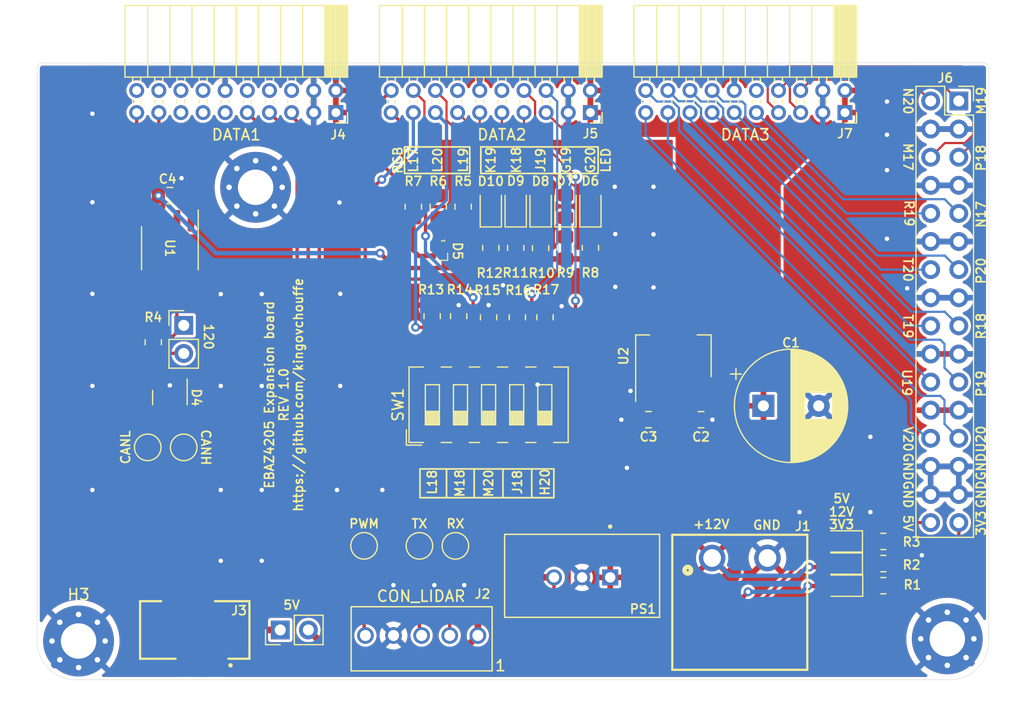
<source format=kicad_pcb>
(kicad_pcb (version 20211014) (generator pcbnew)
  (layers (0 "F.Cu" signal) (31 "B.Cu" signal) (34 "B.Paste" user) (35 "F.Paste" user) (36 "B.SilkS" user "B.Silkscreen") (37 "F.SilkS" user "F.Silkscreen") (38 "B.Mask" user) (39 "F.Mask" user) (44 "Edge.Cuts" user))
  (net 0 "")
  (net 1 "+12V")
  (net 2 "GND")
  (net 3 "+3V3")
  (net 4 "Net-(D1-Pad1)")
  (net 5 "Net-(D2-Pad1)")
  (net 6 "Net-(D3-Pad1)")
  (net 7 "+5V")
  (net 8 "/CANH")
  (net 9 "/CANL")
  (net 10 "/Bleu")
  (net 11 "/Vert")
  (net 12 "/Rouge")
  (net 13 "Net-(D6-Pad1)")
  (net 14 "/G20")
  (net 15 "Net-(D7-Pad1)")
  (net 16 "/G19")
  (net 17 "Net-(D8-Pad1)")
  (net 18 "/J19")
  (net 19 "Net-(D9-Pad1)")
  (net 20 "/K18")
  (net 21 "Net-(D10-Pad1)")
  (net 22 "/K19")
  (net 23 "/A20")
  (net 24 "/B19")
  (net 25 "/C20")
  (net 26 "Net-(J3-Pad1)")
  (net 27 "/H16")
  (net 28 "/B20")
  (net 30 "/H17")
  (net 31 "/D20")
  (net 32 "/D18")
  (net 33 "/H18")
  (net 34 "/D19")
  (net 35 "/F20")
  (net 36 "/E19")
  (net 37 "/F19")
  (net 38 "/K17")
  (net 39 "/J18")
  (net 40 "/H20")
  (net 42 "/J20")
  (net 43 "/L16")
  (net 44 "/L19")
  (net 45 "/M18")
  (net 46 "/L20")
  (net 47 "/M20")
  (net 48 "/L17")
  (net 49 "/M19")
  (net 50 "/N20")
  (net 51 "/P18")
  (net 52 "/M17")
  (net 53 "/N17")
  (net 54 "/R19")
  (net 55 "/P20")
  (net 56 "/T20")
  (net 57 "/R18")
  (net 58 "/T19")
  (net 59 "/P19")
  (net 60 "/U19")
  (net 61 "/U20")
  (net 62 "/V20")
  (net 64 "Net-(JP2-Pad2)")
  (footprint "LED_SMD:LED_0805_2012Metric_Pad1.15x1.40mm_HandSolder" (layer "F.Cu") (at 151.75 74.25 180)
    (fp_text reference "3V3")
    (fp_text value "3V3")
  )
  (footprint "LED_SMD:LED_0805_2012Metric_Pad1.15x1.40mm_HandSolder" (layer "F.Cu") (at 129 39.975 90)
    (fp_text reference "D6")
    (fp_text value "LED1")
  )
  (footprint "Resistor_SMD:R_0805_2012Metric_Pad1.20x1.40mm_HandSolder" (layer "F.Cu") (at 117.1 49.9 -90)
    (fp_text reference "R14")
    (fp_text value "10k")
  )
  (footprint "TestPoint:TestPoint_Pad_D2.0mm" (layer "F.Cu") (at 116.8 70.65)
    (fp_text reference "RX")
    (fp_text value "RX")
  )
  (footprint "LED_SMD:LED_0805_2012Metric_Pad1.15x1.40mm_HandSolder" (layer "F.Cu") (at 124.5 39.975 90)
    (fp_text reference "D8")
    (fp_text value "LED3")
  )
  (footprint "Resistor_SMD:R_0805_2012Metric_Pad1.20x1.40mm_HandSolder" (layer "F.Cu") (at 126.75 43.725 -90)
    (fp_text reference "R9")
    (fp_text value "120")
  )
  (footprint "Package_TO_SOT_SMD:SOT-23" (layer "F.Cu") (at 91 57.25 -90)
    (fp_text reference "D4")
    (fp_text value "D_TVS_x2_AAC")
  )
  (footprint "Capacitor_THT:CP_Radial_D10.0mm_P5.00mm" (layer "F.Cu") (at 144.632323 58)
    (fp_text reference "C1")
    (fp_text value "100u")
  )
  (footprint "Resistor_SMD:R_0805_2012Metric_Pad1.20x1.40mm_HandSolder" (layer "F.Cu") (at 155.475 72.25)
    (fp_text reference "R2")
    (fp_text value "560")
  )
  (footprint "MountingHole:MountingHole_3.2mm_M3_Pad_Via" (layer "F.Cu") (at 161.25 79.05)
    (fp_text reference "H1")
    (fp_text value "MountingHole_Pad")
  )
  (footprint "Resistor_SMD:R_0805_2012Metric_Pad1.20x1.40mm_HandSolder" (layer "F.Cu") (at 155.475 70.25)
    (fp_text reference "R3")
    (fp_text value "280")
  )
  (footprint "Resistor_SMD:R_0805_2012Metric_Pad1.20x1.40mm_HandSolder" (layer "F.Cu") (at 124.9 50 -90)
    (fp_text reference "R17")
    (fp_text value "10k")
  )
  (footprint "Resistor_SMD:R_0805_2012Metric_Pad1.20x1.40mm_HandSolder" (layer "F.Cu") (at 115.25 40 90)
    (fp_text reference "R6")
    (fp_text value "120")
  )
  (footprint "Connector_PinSocket_2.54mm:PinSocket_2x16_P2.54mm_Vertical" (layer "F.Cu") (at 162.29 30.45)
    (fp_text reference "J6")
    (fp_text value "DATA3_2.54")
  )
  (footprint "AREA_lib_Connector:Wuerth_batcon_691313710002" (layer "F.Cu") (at 142.5 71.75)
    (fp_text reference "J1")
    (fp_text value "INPUT")
  )
  (footprint "Resistor_SMD:R_0805_2012Metric_Pad1.20x1.40mm_HandSolder" (layer "F.Cu") (at 114.7 49.9 -90)
    (fp_text reference "R13")
    (fp_text value "10k")
  )
  (footprint "Resistor_SMD:R_0805_2012Metric_Pad1.20x1.40mm_HandSolder" (layer "F.Cu") (at 113 40 90)
    (fp_text reference "R7")
    (fp_text value "120")
  )
  (footprint "MountingHole:MountingHole_3.2mm_M3_Pad_Via" (layer "F.Cu") (at 82.75 79.25)
    (fp_text reference "H3")
    (fp_text value "MountingHole_Pad")
  )
  (footprint "TestPoint:TestPoint_Pad_D2.0mm" (layer "F.Cu") (at 113.55 70.65)
    (fp_text reference "TX")
    (fp_text value "TX")
  )
  (footprint "LED_SMD:LED_0805_2012Metric_Pad1.15x1.40mm_HandSolder" (layer "F.Cu") (at 122.25 39.975 90)
    (fp_text reference "D9")
    (fp_text value "LED3")
  )
  (footprint "LED_SMD:LED_0805_2012Metric_Pad1.15x1.40mm_HandSolder" (layer "F.Cu") (at 151.725 70.25 180)
    (fp_text reference "5V")
    (fp_text value "5V")
  )
  (footprint "TestPoint:TestPoint_Pad_D2.0mm" (layer "F.Cu") (at 92.25 61.75 -90)
    (fp_text reference "CANH")
    (fp_text value "CANL")
  )
  (footprint "Connector_PinSocket_2.00mm:PinSocket_2x10_P2.00mm_Horizontal" (layer "F.Cu") (at 152 31.5 -90)
    (fp_text reference "J7")
    (fp_text value "DATA3")
  )
  (footprint "AREA_lib_Connector:690367290476" (layer "F.Cu") (at 93.25 78.25)
    (fp_text reference "J3")
    (fp_text value "CON_CAN")
  )
  (footprint "LED_SMD:LED_0805_2012Metric_Pad1.15x1.40mm_HandSolder" (layer "F.Cu") (at 126.75 39.975 90)
    (fp_text reference "D7")
    (fp_text value "LED2")
  )
  (footprint "TestPoint:TestPoint_Pad_D2.0mm" (layer "F.Cu") (at 108.55 70.65)
    (fp_text reference "PWM")
    (fp_text value "PWM_MOT")
  )
  (footprint "MountingHole:MountingHole_3.2mm_M3_Pad_Via" (layer "F.Cu") (at 98.75 38.25)
    (fp_text reference "H4")
    (fp_text value "MountingHole_Pad")
  )
  (footprint "LED_SMD:LED_0805_2012Metric_Pad1.15x1.40mm_HandSolder" (layer "F.Cu") (at 151.725 72.25 180)
    (fp_text reference "12V")
    (fp_text value "12V")
  )
  (footprint "Button_Switch_SMD:SW_DIP_SPSTx05_Slide_6.7x14.26mm_W8.61mm_P2.54mm_LowProfile" (layer "F.Cu") (at 119.8 57.9 90)
    (fp_text reference "SW1")
    (fp_text value "SW_DIP_x05")
  )
  (footprint "Package_SO:SOIC-8_3.9x4.9mm_P1.27mm" (layer "F.Cu") (at 91 43.75 -90)
    (fp_text reference "U1")
    (fp_text value "SN65HVD232")
  )
  (footprint "Resistor_SMD:R_0805_2012Metric_Pad1.20x1.40mm_HandSolder" (layer "F.Cu") (at 129 43.725 -90)
    (fp_text reference "R8")
    (fp_text value "120")
  )
  (footprint "Resistor_SMD:R_0805_2012Metric_Pad1.20x1.40mm_HandSolder" (layer "F.Cu") (at 122.4 50 -90)
    (fp_text reference "R16")
    (fp_text value "10k")
  )
  (footprint "Capacitor_SMD:C_0805_2012Metric_Pad1.18x1.45mm_HandSolder" (layer "F.Cu") (at 134.25 59.25)
    (fp_text reference "C3")
    (fp_text value "10u")
  )
  (footprint "Connector_PinSocket_2.00mm:PinSocket_2x10_P2.00mm_Horizontal" (layer "F.Cu") (at 129 31.5 -90)
    (fp_text reference "J5")
    (fp_text value "DATA2")
  )
  (footprint "Resistor_SMD:R_0805_2012Metric_Pad1.20x1.40mm_HandSolder" (layer "F.Cu") (at 120 43.725 -90)
    (fp_text reference "R12")
    (fp_text value "120")
  )
  (footprint "AREA_lib_Connector:Wuerth_2.54mm_5pins_61900511121" (layer "F.Cu") (at 113.75 78.75)
    (fp_text reference "J2")
    (fp_text value "CON_LIDAR")
  )
  (footprint "Resistor_SMD:R_0805_2012Metric_Pad1.20x1.40mm_HandSolder" (layer "F.Cu") (at 122.25 43.725 -90)
    (fp_text reference "R11")
    (fp_text value "120")
  )
  (footprint "AREA_lib_composant:CONV_TSR_2-2450" (layer "F.Cu") (at 128.25 73.36 180)
    (fp_text reference "PS1")
    (fp_text value "TSR_2-2450")
  )
  (footprint "Capacitor_SMD:C_0805_2012Metric_Pad1.18x1.45mm_HandSolder" (layer "F.Cu") (at 139 59.25 180)
    (fp_text reference "C2")
    (fp_text value "10u")
  )
  (footprint "Resistor_SMD:R_0805_2012Metric_Pad1.20x1.40mm_HandSolder" (layer "F.Cu") (at 117.5 40 90)
    (fp_text reference "R5")
    (fp_text value "120")
  )
  (footprint "LED_SMD:LED_SK6812_EC15_1.5x1.5mm" (layer "F.Cu") (at 115.25 44 -90)
    (fp_text reference "D5")
    (fp_text value "LED_RGBA")
  )
  (footprint "Connector_PinHeader_2.54mm:PinHeader_1x02_P2.54mm_Vertical" (layer "F.Cu") (at 92.25 50.725)
    (fp_text reference "120")
    (fp_text value "120")
  )
  (footprint "Capacitor_SMD:C_0805_2012Metric_Pad1.18x1.45mm_HandSolder" (layer "F.Cu") (at 91 39)
    (fp_text reference "C4")
    (fp_text value "100n")
  )
  (footprint "Resistor_SMD:R_0805_2012Metric_Pad1.20x1.40mm_HandSolder" (layer "F.Cu") (at 89.5 52.25 -90)
    (fp_text reference "R4")
    (fp_text value "120")
  )
  (footprint "TestPoint:TestPoint_Pad_D2.0mm" (layer "F.Cu") (at 89 61.75)
    (fp_text reference "CANL")
    (fp_text value "CANL")
  )
  (footprint "Resistor_SMD:R_0805_2012Metric_Pad1.20x1.40mm_HandSolder" (layer "F.Cu") (at 155.475 74.25)
    (fp_text reference "R1")
    (fp_text value "120")
  )
  (footprint "Resistor_SMD:R_0805_2012Metric_Pad1.20x1.40mm_HandSolder" (layer "F.Cu") (at 119.8 50 -90)
    (fp_text reference "R15")
    (fp_text value "10k")
  )
  (footprint "Connector_PinHeader_2.54mm:PinHeader_1x02_P2.54mm_Vertical" (layer "F.Cu") (at 100.975 78.25 90)
    (fp_text reference "5V")
    (fp_text value "5V")
  )
  (footprint "Resistor_SMD:R_0805_2012Metric_Pad1.20x1.40mm_HandSolder" (layer "F.Cu") (at 124.5 43.75 -90)
    (fp_text reference "R10")
    (fp_text value "120")
  )
  (footprint "Package_TO_SOT_SMD:SOT-223-3_TabPin2" (layer "F.Cu") (at 136.5 53.5 90)
    (fp_text reference "U2")
    (fp_text value "NCP1117-3.3_SOT223")
  )
  (footprint "Connector_PinSocket_2.00mm:PinSocket_2x10_P2.00mm_Horizontal" (layer "F.Cu") (at 106 31.5 -90)
    (fp_text reference "J4")
    (fp_text value "DATA1")
  )
  (footprint "LED_SMD:LED_0805_2012Metric_Pad1.15x1.40mm_HandSolder" (layer "F.Cu") (at 120 39.975 90)
    (fp_text reference "D10")
    (fp_text value "LED3")
  )
  (gr_line (start 118.5 63.7) (end 118.5 66.2) (layer "F.SilkS") (width 0.1524))
  (gr_rect (start 113.6 63.7) (end 125.7 66.3) (layer "F.SilkS") (width 0.1524) (fill none))
  (gr_rect (start 112.2 34.6) (end 118.1 37) (layer "F.SilkS") (width 0.1524) (fill none))
  (gr_line (start 121.1 63.7) (end 121.1 66.2) (layer "F.SilkS") (width 0.1524))
  (gr_line (start 123.7 63.7) (end 123.7 66.2) (layer "F.SilkS") (width 0.1524))
  (gr_rect (start 119.1 34.6) (end 129.7 37) (layer "F.SilkS") (width 0.1524) (fill none))
  (gr_line (start 116 63.7) (end 116 66.2) (layer "F.SilkS") (width 0.1524))
  (gr_line (start 79 79.25) (end 79 27.503553) (layer "Edge.Cuts") (width 0.0381))
  (gr_line (start 165 79.25) (end 165 27.5) (layer "Edge.Cuts") (width 0.0381))
  (gr_arc (start 82.5 82.75) (mid 80.025126 81.724874) (end 79 79.25) (layer "Edge.Cuts") (width 0.0381))
  (gr_arc (start 79 27.503553) (mid 79.146447 27.15) (end 79.5 27.003553) (layer "Edge.Cuts") (width 0.0381))
  (gr_arc (start 165 79.25) (mid 163.974874 81.724874) (end 161.5 82.75) (layer "Edge.Cuts") (width 0.0381))
  (gr_line (start 82.5 82.75) (end 161.5 82.75) (layer "Edge.Cuts") (width 0.0381))
  (gr_arc (start 164.496447 27) (mid 164.85 27.146447) (end 164.996447 27.5) (layer "Edge.Cuts") (width 0.0381))
  (gr_line (start 79.5 27.003553) (end 164.496447 27) (layer "Edge.Cuts") (width 0.0381))
  (gr_text "G20" (at 129 35.8 90) (layer "F.SilkS") (effects (font (size 0.8128 0.8128) (thickness 0.1524))))
  (gr_text "L18" (at 114.7 64.9 90) (layer "F.SilkS") (effects (font (size 0.8128 0.8128) (thickness 0.1524))))
  (gr_text "M17" (at 157.7 35.5 270) (layer "F.SilkS") (effects (font (size 0.8128 0.8128) (thickness 0.1524))))
  (gr_text "K18" (at 122.3 35.8 90) (layer "F.SilkS") (effects (font (size 0.8128 0.8128) (thickness 0.1524))))
  (gr_text "GND" (at 157.7 63.5 270) (layer "F.SilkS") (effects (font (size 0.8128 0.8128) (thickness 0.1524))))
  (gr_text "P18" (at 164.3 35.6 90) (layer "F.SilkS") (effects (font (size 0.8128 0.8128) (thickness 0.1524))))
  (gr_text "5V" (at 157.7 68.6 270) (layer "F.SilkS") (effects (font (size 0.8128 0.8128) (thickness 0.1524))))
  (gr_text "M19" (at 164.325 30.425 90) (layer "F.SilkS") (effects (font (size 0.8128 0.8128) (thickness 0.1524))))
  (gr_text "T19" (at 157.7 50.8 270) (layer "F.SilkS") (effects (font (size 0.8128 0.8128) (thickness 0.1524))))
  (gr_text "R19" (at 157.8 40.6 270) (layer "F.SilkS") (effects (font (size 0.8128 0.8128) (thickness 0.1524))))
  (gr_text "P19" (at 164.3 56 90) (layer "F.SilkS") (effects (font (size 0.8128 0.8128) (thickness 0.1524))))
  (gr_text "M20" (at 119.8 65 90) (layer "F.SilkS") (effects (font (size 0.8128 0.8128) (thickness 0.1524))))
  (gr_text "H20" (at 124.9 64.9 90) (layer "F.SilkS") (effects (font (size 0.8128 0.8128) (thickness 0.1524))))
  (gr_text "U20" (at 164.3 61 90) (layer "F.SilkS") (effects (font (size 0.8128 0.8128) (thickness 0.1524))))
  (gr_text "3V3" (at 164.3 68.6 90) (layer "F.SilkS") (effects (font (size 0.8128 0.8128) (thickness 0.1524))))
  (gr_text "V20" (at 157.7 61 270) (layer "F.SilkS") (effects (font (size 0.8128 0.8128) (thickness 0.1524))))
  (gr_text "P20" (at 164.3 45.8 90) (layer "F.SilkS") (effects (font (size 0.8128 0.8128) (thickness 0.1524))))
  (gr_text "U19" (at 157.6 55.9 270) (layer "F.SilkS") (effects (font (size 0.8128 0.8128) (thickness 0.1524))))
  (gr_text "M18" (at 117.2 65 90) (layer "F.SilkS") (effects (font (size 0.8128 0.8128) (thickness 0.1524))))
  (gr_text "K19" (at 120 35.8 90) (layer "F.SilkS") (effects (font (size 0.8128 0.8128) (thickness 0.1524))))
  (gr_text "T20" (at 157.7 45.7 270) (layer "F.SilkS") (effects (font (size 0.8128 0.8128) (thickness 0.1524))))
  (gr_text "GND" (at 144.95 68.775) (layer "F.SilkS") (effects (font (size 0.8128 0.8128) (thickness 0.1524))))
  (gr_text "N20" (at 157.7 30.45 270) (layer "F.SilkS") (effects (font (size 0.8128 0.8128) (thickness 0.1524))))
  (gr_text "N17" (at 164.3 40.7 90) (layer "F.SilkS") (effects (font (size 0.8128 0.8128) (thickness 0.1524))))
  (gr_text "GND" (at 164.3 63.5 90) (layer "F.SilkS") (effects (font (size 0.8128 0.8128) (thickness 0.1524))))
  (gr_text "L20" (at 115.2 35.8 90) (layer "F.SilkS") (effects (font (size 0.8128 0.8128) (thickness 0.1524))))
  (gr_text "G19" (at 126.8 35.8 90) (layer "F.SilkS") (effects (font (size 0.8128 0.8128) (thickness 0.1524))))
  (gr_text "GND" (at 157.7 66 270) (layer "F.SilkS") (effects (font (size 0.8128 0.8128) (thickness 0.1524))))
  (gr_text "GND" (at 164.3 66 90) (layer "F.SilkS") (effects (font (size 0.8128 0.8128) (thickness 0.1524))))
  (gr_text "J18" (at 122.4 64.9 90) (layer "F.SilkS") (effects (font (size 0.8128 0.8128) (thickness 0.1524))))
  (gr_text "J19" (at 124.5 35.8 90) (layer "F.SilkS") (effects (font (size 0.8128 0.8128) (thickness 0.1524))))
  (gr_text "EBAZ4205 Expansion board\nREV 1.0\nhttps://github.com/kingovchouffe" (at 101.3 57 90) (layer "F.SilkS") (effects (font (size 0.8128 0.8128) (thickness 0.1524))))
  (gr_text "+12V" (at 139.925 68.7) (layer "F.SilkS") (effects (font (size 0.8128 0.8128) (thickness 0.1524))))
  (gr_text "L19" (at 117.5 35.8 90) (layer "F.SilkS") (effects (font (size 0.8128 0.8128) (thickness 0.1524))))
  (gr_text "R18" (at 164.3 50.8 90) (layer "F.SilkS") (effects (font (size 0.8128 0.8128) (thickness 0.1524))))
  (gr_text "RGB" (at 111.6 35.8 90) (layer "F.SilkS") (effects (font (size 0.8128 0.8128) (thickness 0.1524))))
  (gr_text "LED" (at 130.4 35.8 90) (layer "F.SilkS") (effects (font (size 0.8128 0.8128) (thickness 0.1524))))
  (gr_text "L17" (at 113 35.8 90) (layer "F.SilkS") (effects (font (size 0.8128 0.8128) (thickness 0.1524))))
  (segment (start 148.775 72.575) (end 150.375 72.575) (width 0.4) (layer "F.Cu") (net 1))
  (segment (start 150.375 72.575) (end 150.7 72.25) (width 0.4) (layer "F.Cu") (net 1))
  (via (at 148.775 72.575) (size 0.8) (drill 0.4) (layers "F.Cu" "B.Cu") (net 1))
  (segment (start 148.55 72.575) (end 148.775 72.575) (width 0.4) (layer "B.Cu") (net 1))
  (segment (start 147.775489 73.349511) (end 148.225 72.9) (width 0.4) (layer "B.Cu") (net 1))
  (segment (start 140 71.75) (end 141.599511 73.349511) (width 0.4) (layer "B.Cu") (net 1))
  (segment (start 148.225 72.9) (end 148.55 72.575) (width 0.4) (layer "B.Cu") (net 1))
  (segment (start 141.599511 73.349511) (end 147.775489 73.349511) (width 0.4) (layer "B.Cu") (net 1))
  (via (at 95.6 56.2) (size 0.8) (drill 0.4) (layers "F.Cu" "B.Cu") (net 2))
  (via (at 154.3 60.8) (size 0.8) (drill 0.4) (layers "F.Cu" "B.Cu") (net 2))
  (via (at 106.4 56.2) (size 0.8) (drill 0.4) (layers "F.Cu" "B.Cu") (net 2))
  (via (at 131.25 42.475) (size 0.8) (drill 0.4) (layers "F.Cu" "B.Cu") (net 2))
  (via (at 84 31.6) (size 0.8) (drill 0.4) (layers "F.Cu" "B.Cu") (net 2))
  (via (at 119.8 48.9) (size 0.8) (drill 0.4) (layers "F.Cu" "B.Cu") (net 2))
  (via (at 95.6 65.6) (size 0.8) (drill 0.4) (layers "F.Cu" "B.Cu") (net 2))
  (via (at 99.3 65.6) (size 0.8) (drill 0.4) (layers "F.Cu" "B.Cu") (net 2))
  (via (at 121.1 47.1) (size 0.8) (drill 0.4) (layers "F.Cu" "B.Cu") (net 2))
  (via (at 132.3 63.6) (size 0.8) (drill 0.4) (layers "F.Cu" "B.Cu") (net 2))
  (via (at 154.3 67.6) (size 0.8) (drill 0.4) (layers "F.Cu" "B.Cu") (net 2))
  (via (at 84 65.6) (size 0.8) (drill 0.4) (layers "F.Cu" "B.Cu") (net 2))
  (via (at 106.1 65.6) (size 0.8) (drill 0.4) (layers "F.Cu" "B.Cu") (net 2))
  (via (at 91 56.15) (size 0.8) (drill 0.4) (layers "F.Cu" "B.Cu") (net 2))
  (via (at 131.2 38.2) (size 0.8) (drill 0.4) (layers "F.Cu" "B.Cu") (net 2))
  (via (at 84 47.875) (size 0.8) (drill 0.4) (layers "F.Cu" "B.Cu") (net 2))
  (via (at 95.6 47.9) (size 0.8) (drill 0.4) (layers "F.Cu" "B.Cu") (net 2))
  (via (at 134.7 42.5) (size 0.8) (drill 0.4) (layers "F.Cu" "B.Cu") (net 2))
  (via (at 134.7 38.2) (size 0.8) (drill 0.4) (layers "F.Cu" "B.Cu") (net 2))
  (via (at 84 39.6) (size 0.8) (drill 0.4) (layers "F.Cu" "B.Cu") (net 2))
  (via (at 99.3 72) (size 0.8) (drill 0.4) (layers "F.Cu" "B.Cu") (net 2))
  (via (at 106.325 39.625) (size 0.8) (drill 0.4) (layers "F.Cu" "B.Cu") (net 2))
  (via (at 158.95 71.5) (size 0.8) (drill 0.4) (layers "F.Cu" "B.Cu") (net 2))
  (via (at 117.6 74.2) (size 0.8) (drill 0.4) (layers "F.Cu" "B.Cu") (net 2))
  (via (at 132.625 56.65) (size 0.8) (drill 0.4) (layers "F.Cu" "B.Cu") (net 2))
  (via (at 114.9 74.2) (size 0.8) (drill 0.4) (layers "F.Cu" "B.Cu") (net 2))
  (via (at 110.2 65.6) (size 0.8) (drill 0.4) (layers "F.Cu" "B.Cu") (net 2))
  (via (at 155.8 42.9) (size 0.8) (drill 0.4) (layers "F.Cu" "B.Cu") (net 2))
  (via (at 99.3 56.2) (size 0.8) (drill 0.4) (layers "F.Cu" "B.Cu") (net 2))
  (via (at 134.7 47.3) (size 0.8) (drill 0.4) (layers "F.Cu" "B.Cu") (net 2))
  (via (at 140.025 59.25) (size 0.8) (drill 0.4) (layers "F.Cu" "B.Cu") (net 2))
  (via (at 155.8 36.7) (size 0.8) (drill 0.4) (layers "F.Cu" "B.Cu") (net 2))
  (via (at 111.2 74.2) (size 0.8) (drill 0.4) (layers "F.Cu" "B.Cu") (net 2))
  (via (at 155.8 33.5) (size 0.8) (drill 0.4) (layers "F.Cu" "B.Cu") (net 2))
  (via (at 84 56.2) (size 0.8) (drill 0.4) (layers "F.Cu" "B.Cu") (net 2))
  (via (at 99.3 47.9) (size 0.8) (drill 0.4) (layers "F.Cu" "B.Cu") (net 2))
  (via (at 157.625 47.375) (size 0.8) (drill 0.4) (layers "F.Cu" "B.Cu") (net 2))
  (via (at 126.4 49) (size 0.8) (drill 0.4) (layers "F.Cu" "B.Cu") (net 2))
  (via (at 92.05 37.425) (size 0.8) (drill 0.4) (layers "F.Cu" "B.Cu") (net 2))
  (via (at 95.6 72) (size 0.8) (drill 0.4) (layers "F.Cu" "B.Cu") (net 2))
  (via (at 155.8 30.5) (size 0.8) (drill 0.4) (layers "F.Cu" "B.Cu") (net 2))
  (via (at 106.4 47.875) (size 0.8) (drill 0.4) (layers "F.Cu" "B.Cu") (net 2))
  (via (at 117.1 48.9) (size 0.8) (drill 0.4) (layers "F.Cu" "B.Cu") (net 2))
  (via (at 124.225 56.075) (size 0.8) (drill 0.4) (layers "F.Cu" "B.Cu") (net 2))
  (via (at 147.9 67.6) (size 0.8) (drill 0.4) (layers "F.Cu" "B.Cu") (net 2))
  (via (at 131.8 59.25) (size 0.8) (drill 0.4) (layers "F.Cu" "B.Cu") (net 2))
  (via (at 131.25 47.25) (size 0.8) (drill 0.4) (layers "F.Cu" "B.Cu") (net 2))
  (segment (start 128.75 62.45) (end 128.75 65.725) (width 0.4) (layer "F.Cu") (net 3))
  (segment (start 133.5375 61) (end 135.2875 59.25) (width 0.6) (layer "F.Cu") (net 3))
  (segment (start 118.41932 45.55) (end 121.1 48.23068) (width 0.4) (layer "F.Cu") (net 3))
  (segment (start 115.7 45.4) (end 115.85 45.55) (width 0.3) (layer "F.Cu") (net 3))
  (segment (start 150.7 74.275) (end 150.725 74.25) (width 0.4) (layer "F.Cu") (net 3))
  (segment (start 89.9625 39) (end 90.365 39.4025) (width 0.4) (layer "F.Cu") (net 3))
  (segment (start 121.1 48.23068) (end 121.1 62) (width 0.4) (layer "F.Cu") (net 3))
  (segment (start 162.29 68.55) (end 162.29 70.082849) (width 0.3) (layer "F.Cu") (net 3))
  (segment (start 126.45 62.2) (end 126.445 62.205) (width 0.6) (layer "F.Cu") (net 3))
  (segment (start 151.77452 75.29952) (end 150.725 74.25) (width 0.3) (layer "F.Cu") (net 3))
  (segment (start 127.025 67.45) (end 127.025 74.475) (width 0.4) (layer "F.Cu") (net 3))
  (segment (start 128.5 62.2) (end 126.45 62.2) (width 0.6) (layer "F.Cu") (net 3))
  (segment (start 111.35 45.55) (end 115.85 45.55) (width 0.4) (layer "F.Cu") (net 3))
  (segment (start 148.65 74.275) (end 150.7 74.275) (width 0.4) (layer "F.Cu") (net 3))
  (segment (start 143.25 74.825) (end 143.25 74.8) (width 0.4) (layer "F.Cu") (net 3))
  (segment (start 110 44.2) (end 111.35 45.55) (width 0.4) (layer "F.Cu") (net 3))
  (segment (start 141.625 76.45) (end 143.25 74.825) (width 0.4) (layer "F.Cu") (net 3))
  (segment (start 127.025 74.475) (end 129 76.45) (width 0.4) (layer "F.Cu") (net 3))
  (segment (start 128.5 62.2) (end 128.75 62.45) (width 0.4) (layer "F.Cu") (net 3))
  (segment (start 115.7 44.45) (end 115.7 45.4) (width 0.3) (layer "F.Cu") (net 3))
  (segment (start 136.5 56.65) (end 136.5 58.0375) (width 0.6) (layer "F.Cu") (net 3))
  (segment (start 157.073329 75.29952) (end 151.77452 75.29952) (width 0.3) (layer "F.Cu") (net 3))
  (segment (start 90.365 39.4025) (end 90.365 41.275) (width 0.4) (layer "F.Cu") (net 3))
  (segment (start 126.445 62.205) (end 114.72 62.205) (width 0.6) (layer "F.Cu") (net 3))
  (segment (start 129 76.45) (end 141.625 76.45) (width 0.4) (layer "F.Cu") (net 3))
  (segment (start 136.5 50.35) (end 136.5 56.65) (width 0.6) (layer "F.Cu") (net 3))
  (segment (start 162.29 70.082849) (end 157.073329 75.29952) (width 0.3) (layer "F.Cu") (net 3))
  (segment (start 121.1 62) (end 121.305 62.205) (width 0.4) (layer "F.Cu") (net 3))
  (segment (start 136.5 58.0375) (end 135.2875 59.25) (width 0.6) (layer "F.Cu") (net 3))
  (segment (start 128.5 62.2) (end 129.7 61) (width 0.6) (layer "F.Cu") (net 3))
  (segment (start 129.7 61) (end 133.5375 61) (width 0.6) (layer "F.Cu") (net 3))
  (segment (start 115.85 45.55) (end 118.41932 45.55) (width 0.4) (layer "F.Cu") (net 3))
  (segment (start 128.75 65.725) (end 127.025 67.45) (width 0.4) (layer "F.Cu") (net 3))
  (via (at 148.65 74.275) (size 0.8) (drill 0.4) (layers "F.Cu" "B.Cu") (net 3))
  (via (at 110 44.2) (size 0.8) (drill 0.4) (layers "F.Cu" "B.Cu") (net 3))
  (via (at 143.25 74.8) (size 0.8) (drill 0.4) (layers "F.Cu" "B.Cu") (net 3))
  (via (at 89.9625 39) (size 0.8) (drill 0.4) (layers "F.Cu" "B.Cu") (net 3))
  (segment (start 89.9625 39) (end 95.1625 44.2) (width 0.4) (layer "B.Cu") (net 3))
  (segment (start 148.125 74.8) (end 148.65 74.275) (width 0.4) (layer "B.Cu") (net 3))
  (segment (start 143.25 74.8) (end 148.125 74.8) (width 0.4) (layer "B.Cu") (net 3))
  (segment (start 95.1625 44.2) (end 110 44.2) (width 0.4) (layer "B.Cu") (net 3))
  (segment (start 152.775 74.25) (end 154.475 74.25) (width 0.3) (layer "F.Cu") (net 4))
  (segment (start 152.75 72.25) (end 154.475 72.25) (width 0.3) (layer "F.Cu") (net 5))
  (segment (start 152.75 70.25) (end 154.475 70.25) (width 0.3) (layer "F.Cu") (net 6))
  (segment (start 125.71 75.51) (end 125.71 73.5) (width 0.3) (layer "F.Cu") (net 7))
  (segment (start 127.775 77.575) (end 125.71 75.51) (width 0.3) (layer "F.Cu") (net 7))
  (segment (start 151.35 68.55) (end 159.75 68.55) (width 0.3) (layer "F.Cu") (net 7))
  (segment (start 120.475 73.5) (end 125.71 73.5) (width 0.6) (layer "F.Cu") (net 7))
  (segment (start 118.83 78.75) (end 118.83 75.145) (width 0.6) (layer "F.Cu") (net 7))
  (segment (start 118.83 75.145) (end 120.475 73.5) (width 0.6) (layer "F.Cu") (net 7))
  (segment (start 150.7 70.25) (end 150.7 69.2) (width 0.3) (layer "F.Cu") (net 7))
  (segment (start 142.575 77.575) (end 127.775 77.575) (width 0.3) (layer "F.Cu") (net 7))
  (segment (start 149.9 70.25) (end 142.575 77.575) (width 0.3) (layer "F.Cu") (net 7))
  (segment (start 103.515 78.25) (end 105.665 80.4) (width 0.6) (layer "F.Cu") (net 7))
  (segment (start 105.665 80.4) (end 117.18 80.4) (width 0.6) (layer "F.Cu") (net 7))
  (segment (start 150.7 69.2) (end 151.35 68.55) (width 0.3) (layer "F.Cu") (net 7))
  (segment (start 117.18 80.4) (end 118.83 78.75) (width 0.6) (layer "F.Cu") (net 7))
  (segment (start 150.7 70.25) (end 149.9 70.25) (width 0.3) (layer "F.Cu") (net 7))
  (segment (start 91.95 56.3125) (end 91.95 61.45) (width 0.3) (layer "F.Cu") (net 8))
  (segment (start 91.95 61.45) (end 92.25 61.75) (width 0.3) (layer "F.Cu") (net 8))
  (segment (start 88.2 53.75) (end 88.8 54.35) (width 0.3) (layer "F.Cu") (net 8))
  (segment (start 91.635 50.11) (end 92.25 50.725) (width 0.3) (layer "F.Cu") (net 8))
  (segment (start 92.25 61.75) (end 93.885 63.385) (width 0.3) (layer "F.Cu") (net 8))
  (segment (start 88.4 52.3) (end 88.2 52.5) (width 0.3) (layer "F.Cu") (net 8))
  (segment (start 91.95 55.15) (end 91.95 56.3125) (width 0.3) (layer "F.Cu") (net 8))
  (segment (start 93.885 63.385) (end 93.885 76) (width 0.3) (layer "F.Cu") (net 8))
  (segment (start 91.635 46.225) (end 91.635 50.11) (width 0.3) (layer "F.Cu") (net 8))
  (segment (start 88.2 52.5) (end 88.2 53.75) (width 0.3) (layer "F.Cu") (net 8))
  (segment (start 92.25 50.725) (end 90.675 52.3) (width 0.3) (layer "F.Cu") (net 8))
  (segment (start 91.15 54.35) (end 91.95 55.15) (width 0.3) (layer "F.Cu") (net 8))
  (segment (start 90.675 52.3) (end 88.4 52.3) (width 0.3) (layer "F.Cu") (net 8))
  (segment (start 88.8 54.35) (end 91.15 54.35) (width 0.3) (layer "F.Cu") (net 8))
  (segment (start 90.365 50.385) (end 89.5 51.25) (width 0.3) (layer "F.Cu") (net 9))
  (segment (start 88.3 51.25) (end 87.7 51.85) (width 0.3) (layer "F.Cu") (net 9))
  (segment (start 90.05 60.7) (end 89 61.75) (width 0.3) (layer "F.Cu") (net 9))
  (segment (start 90.365 46.225) (end 90.365 50.385) (width 0.3) (layer "F.Cu") (net 9))
  (segment (start 90.05 56.3125) (end 90.05 60.7) (width 0.3) (layer "F.Cu") (net 9))
  (segment (start 89.5 51.25) (end 88.3 51.25) (width 0.3) (layer "F.Cu") (net 9))
  (segment (start 87.7 51.85) (end 87.7 53.927132) (width 0.3) (layer "F.Cu") (net 9))
  (segment (start 92.615 65.365) (end 92.615 80.5) (width 0.3) (layer "F.Cu") (net 9))
  (segment (start 87.7 53.927132) (end 87.700489 53.927621) (width 0.3) (layer "F.Cu") (net 9))
  (segment (start 89 61.75) (end 92.615 65.365) (width 0.3) (layer "F.Cu") (net 9))
  (segment (start 87.700489 53.927621) (end 87.700489 53.956905) (width 0.3) (layer "F.Cu") (net 9))
  (segment (start 87.700489 53.956905) (end 90.05 56.306416) (width 0.3) (layer "F.Cu") (net 9))
  (segment (start 90.05 56.306416) (end 90.05 56.3125) (width 0.3) (layer "F.Cu") (net 9))
  (segment (start 115.7 43.55) (end 116.75 43.55) (width 0.4) (layer "F.Cu") (net 10))
  (segment (start 117.5 42.8) (end 117.5 41) (width 0.4) (layer "F.Cu") (net 10))
  (segment (start 116.75 43.55) (end 117.5 42.8) (width 0.4) (layer "F.Cu") (net 10))
  (segment (start 114.8 43.55) (end 114.8 43.280666) (width 0.4) (layer "F.Cu") (net 11))
  (segment (start 114.8 43.280666) (end 115.25 42.830666) (width 0.4) (layer "F.Cu") (net 11))
  (segment (start 115.25 42.830666) (end 115.25 41) (width 0.4) (layer "F.Cu") (net 11))
  (segment (start 113.5 44.45) (end 113 43.95) (width 0.4) (layer "F.Cu") (net 12))
  (segment (start 114.8 44.45) (end 113.5 44.45) (width 0.4) (layer "F.Cu") (net 12))
  (segment (start 113 43.95) (end 113 41) (width 0.4) (layer "F.Cu") (net 12))
  (segment (start 129 41) (end 129 42.725) (width 0.4) (layer "F.Cu") (net 13))
  (segment (start 125 31.5) (end 129 35.5) (width 0.2) (layer "F.Cu") (net 14))
  (segment (start 129 35.5) (end 129 38.95) (width 0.2) (layer "F.Cu") (net 14))
  (segment (start 126.75 41) (end 126.75 42.725) (width 0.4) (layer "F.Cu") (net 15))
  (segment (start 123 31.5) (end 123 34.4) (width 0.2) (layer "F.Cu") (net 16))
  (segment (start 123 34.4) (end 126.75 38.15) (width 0.2) (layer "F.Cu") (net 16))
  (segment (start 126.75 38.15) (end 126.75 38.95) (width 0.2) (layer "F.Cu") (net 16))
  (segment (start 124.5 41) (end 124.5 42.75) (width 0.4) (layer "F.Cu") (net 17))
  (segment (start 121 31.5) (end 121 34.4) (width 0.2) (layer "F.Cu") (net 18))
  (segment (start 124.5 37.9) (end 124.5 38.95) (width 0.2) (layer "F.Cu") (net 18))
  (segment (start 121 34.4) (end 124.5 37.9) (width 0.2) (layer "F.Cu") (net 18))
  (segment (start 122.25 41) (end 122.25 42.725) (width 0.4) (layer "F.Cu") (net 19))
  (segment (start 119 34.375) (end 122.25 37.625) (width 0.2) (layer "F.Cu") (net 20))
  (segment (start 119 31.5) (end 119 34.375) (width 0.2) (layer "F.Cu") (net 20))
  (segment (start 122.25 37.625) (end 122.25 38.95) (width 0.2) (layer "F.Cu") (net 20))
  (segment (start 120 41) (end 120 42.725) (width 0.4) (layer "F.Cu") (net 21))
  (segment (start 118 35.6) (end 120 37.6) (width 0.2) (layer "F.Cu") (net 22))
  (segment (start 118 32.5) (end 118 35.6) (width 0.2) (layer "F.Cu") (net 22))
  (segment (start 117 31.5) (end 118 32.5) (width 0.2) (layer "F.Cu") (net 22))
  (segment (start 120 37.6) (end 120 38.95) (width 0.2) (layer "F.Cu") (net 22))
  (segment (start 104.5 58.35) (end 116.8 70.65) (width 0.3) (layer "F.Cu") (net 23))
  (segment (start 116.29 78.75) (end 116.29 71.16) (width 0.3) (layer "F.Cu") (net 23))
  (segment (start 102 31.5) (end 102 31.8) (width 0.3) (layer "F.Cu") (net 23))
  (segment (start 102 31.8) (end 104.5 34.3) (width 0.3) (layer "F.Cu") (net 23))
  (segment (start 116.29 71.16) (end 116.8 70.65) (width 0.3) (layer "F.Cu") (net 23))
  (segment (start 104.5 34.3) (end 104.5 58.35) (width 0.3) (layer "F.Cu") (net 23))
  (segment (start 113.55 70.55) (end 103.5 60.5) (width 0.3) (layer "F.Cu") (net 24))
  (segment (start 113.55 70.65) (end 113.55 70.55) (width 0.3) (layer "F.Cu") (net 24))
  (segment (start 103.5 35) (end 100 31.5) (width 0.3) (layer "F.Cu") (net 24))
  (segment (start 103.5 60.5) (end 103.5 35) (width 0.3) (layer "F.Cu") (net 24))
  (segment (start 113.55 70.65) (end 113.55 78.55) (width 0.3) (layer "F.Cu") (net 24))
  (segment (start 113.55 78.55) (end 113.75 78.75) (width 0.3) (layer "F.Cu") (net 24))
  (segment (start 102.5 36) (end 102.5 64.6) (width 0.3) (layer "F.Cu") (net 25))
  (segment (start 98 31.5) (end 102.5 36) (width 0.3) (layer "F.Cu") (net 25))
  (segment (start 102.5 64.6) (end 108.55 70.65) (width 0.3) (layer "F.Cu") (net 25))
  (segment (start 108.55 78.63) (end 108.67 78.75) (width 0.3) (layer "F.Cu") (net 25))
  (segment (start 108.55 70.65) (end 108.55 78.63) (width 0.3) (layer "F.Cu") (net 25))
  (segment (start 95.155 78.52) (end 95.155 80.5) (width 0.6) (layer "F.Cu") (net 26))
  (segment (start 100.975 78.25) (end 95.425 78.25) (width 0.6) (layer "F.Cu") (net 26))
  (segment (start 95.425 78.25) (end 95.155 78.52) (width 0.6) (layer "F.Cu") (net 26))
  (segment (start 92.97452 37.27452) (end 90 34.3) (width 0.3) (layer "F.Cu") (net 35))
  (segment (start 92.905 41.275) (end 92.97452 41.20548) (width 0.3) (layer "F.Cu") (net 35))
  (segment (start 90 34.3) (end 90 31.5) (width 0.3) (layer "F.Cu") (net 35))
  (segment (start 92.97452 41.20548) (end 92.97452 37.27452) (width 0.3) (layer "F.Cu") (net 35))
  (segment (start 89 37) (end 89 41.18) (width 0.3) (layer "F.Cu") (net 37))
  (segment (start 89 41.18) (end 89.095 41.275) (width 0.3) (layer "F.Cu") (net 37))
  (segment (start 88 36) (end 89 37) (width 0.3) (layer "F.Cu") (net 37))
  (segment (start 88 31.5) (end 88 36) (width 0.3) (layer "F.Cu") (net 37))
  (segment (start 122.34 51.06) (end 122.4 51) (width 0.3) (layer "F.Cu") (net 39))
  (segment (start 122.4 51) (end 123.4 51) (width 0.3) (layer "F.Cu") (net 39))
  (segment (start 123.7 50.7) (end 123.7 47.9) (width 0.3) (layer "F.Cu") (net 39))
  (segment (start 122.34 53.595) (end 122.34 51.06) (width 0.3) (layer "F.Cu") (net 39))
  (segment (start 123.4 51) (end 123.7 50.7) (width 0.3) (layer "F.Cu") (net 39))
  (via (at 123.7 47.9) (size 0.8) (drill 0.4) (layers "F.Cu" "B.Cu") (net 39))
  (segment (start 126 30.5) (end 126 45.75) (width 0.2) (layer "B.Cu") (net 39))
  (segment (start 125 29.5) (end 126 30.5) (width 0.2) (layer "B.Cu") (net 39))
  (segment (start 126 45.75) (end 123.85 47.9) (width 0.2) (layer "B.Cu") (net 39))
  (segment (start 123.85 47.9) (end 123.7 47.9) (width 0.2) (layer "B.Cu") (net 39))
  (segment (start 124.9 51) (end 125.9 51) (width 0.3) (layer "F.Cu") (net 40))
  (segment (start 124.88 51.02) (end 124.9 51) (width 0.3) (layer "F.Cu") (net 40))
  (segment (start 124 33.6) (end 127.65 37.25) (width 0.2) (layer "F.Cu") (net 40))
  (segment (start 124 30.5) (end 124 33.6) (width 0.2) (layer "F.Cu") (net 40))
  (segment (start 123 29.5) (end 124 30.5) (width 0.2) (layer "F.Cu") (net 40))
  (segment (start 127.65 49.25) (end 127.65 48.5) (width 0.3) (layer "F.Cu") (net 40))
  (segment (start 127.75 48.6) (end 127.65 48.5) (width 0.2) (layer "F.Cu") (net 40))
  (segment (start 124.88 53.595) (end 124.88 51.02) (width 0.3) (layer "F.Cu") (net 40))
  (segment (start 127.65 37.25) (end 127.65 37.3) (width 0.2) (layer "F.Cu") (net 40))
  (segment (start 125.9 51) (end 127.65 49.25) (width 0.3) (layer "F.Cu") (net 40))
  (via (at 127.65 37.3) (size 0.8) (drill 0.4) (layers "F.Cu" "B.Cu") (net 40))
  (via (at 127.65 48.5) (size 0.8) (drill 0.4) (layers "F.Cu" "B.Cu") (net 40))
  (segment (start 127.65 37.3) (end 127.65 48.5) (width 0.2) (layer "B.Cu") (net 40))
  (segment (start 113.2 50.9) (end 114.7 50.9) (width 0.3) (layer "F.Cu") (net 43))
  (segment (start 114.72 50.92) (end 114.7 50.9) (width 0.3) (layer "F.Cu") (net 43))
  (segment (start 114.72 53.595) (end 114.72 50.92) (width 0.3) (layer "F.Cu") (net 43))
  (via (at 113.2 50.9) (size 0.8) (drill 0.4) (layers "F.Cu" "B.Cu") (net 43))
  (segment (start 113.2 50.9) (end 113.2 42.2) (width 0.3) (layer "B.Cu") (net 43))
  (segment (start 116 32.5) (end 115 31.5) (width 0.3) (layer "B.Cu") (net 43))
  (segment (start 113.2 42.2) (end 116 39.4) (width 0.3) (layer "B.Cu") (net 43))
  (segment (start 116 39.4) (end 116 32.5) (width 0.3) (layer "B.Cu") (net 43))
  (segment (start 116 30.5) (end 115 29.5) (width 0.2) (layer "F.Cu") (net 44))
  (segment (start 117.4 33.6) (end 116 32.2) (width 0.2) (layer "F.Cu") (net 44))
  (segment (start 117.5 39) (end 117.4 38.9) (width 0.2) (layer "F.Cu") (net 44))
  (segment (start 117.4 38.9) (end 117.4 33.6) (width 0.2) (layer "F.Cu") (net 44))
  (segment (start 116 32.2) (end 116 30.5) (width 0.2) (layer "F.Cu") (net 44))
  (segment (start 108.95 46.55) (end 108.9 46.6) (width 0.3) (layer "F.Cu") (net 45))
  (segment (start 116.2 50.9) (end 115.9 50.6) (width 0.3) (layer "F.Cu") (net 45))
  (segment (start 117.1 50.9) (end 116.2 50.9) (width 0.3) (layer "F.Cu") (net 45))
  (segment (start 117.26 51.06) (end 117.1 50.9) (width 0.3) (layer "F.Cu") (net 45))
  (segment (start 108.65 39) (end 110.1 37.55) (width 0.3) (layer "F.Cu") (net 45))
  (segment (start 108.9 46.6) (end 108.65 46.35) (width 0.3) (layer "F.Cu") (net 45))
  (segment (start 108.65 46.35) (end 108.65 39) (width 0.3) (layer "F.Cu") (net 45))
  (segment (start 115.9 50.6) (end 115.9 47.3) (width 0.3) (layer "F.Cu") (net 45))
  (segment (start 115.15 46.55) (end 108.95 46.55) (width 0.3) (layer "F.Cu") (net 45))
  (segment (start 115.9 47.3) (end 115.15 46.55) (width 0.3) (layer "F.Cu") (net 45))
  (segment (start 110.1 37.55) (end 110.15 37.55) (width 0.3) (layer "F.Cu") (net 45))
  (segment (start 117.26 53.595) (end 117.26 51.06) (width 0.3) (layer "F.Cu") (net 45))
  (via (at 110.15 37.55) (size 0.8) (drill 0.4) (layers "F.Cu" "B.Cu") (net 45))
  (segment (start 110.15 37.55) (end 113 34.7) (width 0.3) (layer "B.Cu") (net 45))
  (segment (start 113 34.7) (end 113 31.5) (width 0.3) (layer "B.Cu") (net 45))
  (segment (start 115.25 37.55) (end 115.25 39) (width 0.2) (layer "F.Cu") (net 46))
  (segment (start 114 30.5) (end 114 36.3) (width 0.2) (layer "F.Cu") (net 46))
  (segment (start 114 36.3) (end 115.25 37.55) (width 0.2) (layer "F.Cu") (net 46))
  (segment (start 113 29.5) (end 114 30.5) (width 0.2) (layer "F.Cu") (net 46))
  (segment (start 112 35.5) (end 114.1 37.6) (width 0.3) (layer "F.Cu") (net 47))
  (segment (start 118.4 50.7) (end 118.7 51) (width 0.3) (layer "F.Cu") (net 47))
  (segment (start 119.8 53.595) (end 119.8 51) (width 0.3) (layer "F.Cu") (net 47))
  (segment (start 118.7 51) (end 119.8 51) (width 0.3) (layer "F.Cu") (net 47))
  (segment (start 118.4 48.2) (end 118.4 50.7) (width 0.3) (layer "F.Cu") (net 47))
  (segment (start 111 31.5) (end 112 32.5) (width 0.3) (layer "F.Cu") (net 47))
  (segment (start 112 32.5) (end 112 35.5) (width 0.3) (layer "F.Cu") (net 47))
  (segment (start 114.1 37.6) (end 114.1 42.65) (width 0.3) (layer "F.Cu") (net 47))
  (via (at 114.1 42.65) (size 0.8) (drill 0.4) (layers "F.Cu" "B.Cu") (net 47))
  (via (at 118.4 48.2) (size 0.8) (drill 0.4) (layers "F.Cu" "B.Cu") (net 47))
  (segment (start 118.2 48.2) (end 114.1 44.1) (width 0.3) (layer "B.Cu") (net 47))
  (segment (start 118.4 48.2) (end 118.2 48.2) (width 0.3) (layer "B.Cu") (net 47))
  (segment (start 114.1 44.1) (end 114.1 42.65) (width 0.3) (layer "B.Cu") (net 47))
  (segment (start 109.975489 35.975489) (end 113 39) (width 0.3) (layer "F.Cu") (net 48))
  (segment (start 111 29.5) (end 109.975489 30.524511) (width 0.3) (layer "F.Cu") (net 48))
  (segment (start 109.975489 30.524511) (end 109.975489 35.975489) (width 0.3) (layer "F.Cu") (net 48))
  (segment (start 162.29 30.45) (end 159.965978 28.125978) (width 0.2) (layer "F.Cu") (net 49))
  (segment (start 147.025489 29.096343) (end 147.025489 30.525489) (width 0.2) (layer "F.Cu") (net 49))
  (segment (start 147.025489 30.525489) (end 148 31.5) (width 0.2) (layer "F.Cu") (net 49))
  (segment (start 159.965978 28.125978) (end 147.995854 28.125978) (width 0.2) (layer "F.Cu") (net 49))
  (segment (start 147.995854 28.125978) (end 147.025489 29.096343) (width 0.2) (layer "F.Cu") (net 49))
  (segment (start 148 29.5) (end 148.974511 28.525489) (width 0.2) (layer "F.Cu") (net 50))
  (segment (start 157.825489 28.525489) (end 159.75 30.45) (width 0.2) (layer "F.Cu") (net 50))
  (segment (start 148.974511 28.525489) (end 157.825489 28.525489) (width 0.2) (layer "F.Cu") (net 50))
  (segment (start 164.025 33.795) (end 162.29 35.53) (width 0.2) (layer "F.Cu") (net 51))
  (segment (start 164.025 28.85) (end 164.025 33.795) (width 0.2) (layer "F.Cu") (net 51))
  (segment (start 145.025489 30.525489) (end 145.025489 29.074511) (width 0.2) (layer "F.Cu") (net 51))
  (segment (start 146.773061 27.326939) (end 162.501939 27.326939) (width 0.2) (layer "F.Cu") (net 51))
  (segment (start 145.025489 29.074511) (end 146.773061 27.326939) (width 0.2) (layer "F.Cu") (net 51))
  (segment (start 146 31.5) (end 145.025489 30.525489) (width 0.2) (layer "F.Cu") (net 51))
  (segment (start 162.501939 27.326939) (end 164.025 28.85) (width 0.2) (layer "F.Cu") (net 51))
  (segment (start 159.75 35.53) (end 161.03 34.25) (width 0.2) (layer "F.Cu") (net 52))
  (segment (start 162.85 34.25) (end 163.6 33.5) (width 0.2) (layer "F.Cu") (net 52))
  (segment (start 163.6 29.125) (end 162.201459 27.726459) (width 0.2) (layer "F.Cu") (net 52))
  (segment (start 161.03 34.25) (end 162.85 34.25) (width 0.2) (layer "F.Cu") (net 52))
  (segment (start 147.773541 27.726459) (end 146 29.5) (width 0.2) (layer "F.Cu") (net 52))
  (segment (start 162.201459 27.726459) (end 147.773541 27.726459) (width 0.2) (layer "F.Cu") (net 52))
  (segment (start 163.6 33.5) (end 163.6 29.125) (width 0.2) (layer "F.Cu") (net 52))
  (segment (start 161.005 39.325) (end 162.29 40.61) (width 0.2) (layer "B.Cu") (net 53))
  (segment (start 144 31.5) (end 151.825 39.325) (width 0.2) (layer "B.Cu") (net 53))
  (segment (start 151.825 39.325) (end 161.005 39.325) (width 0.2) (layer "B.Cu") (net 53))
  (segment (start 140 29.5) (end 141 30.5) (width 0.2) (layer "B.Cu") (net 54))
  (segment (start 143 31.925) (end 143.8 32.725) (width 0.2) (layer "B.Cu") (net 54))
  (segment (start 142.725 30.5) (end 143 30.775) (width 0.2) (layer "B.Cu") (net 54))
  (segment (start 144.25 32.725) (end 152.135 40.61) (width 0.2) (layer "B.Cu") (net 54))
  (segment (start 141 30.5) (end 142.725 30.5) (width 0.2) (layer "B.Cu") (net 54))
  (segment (start 152.135 40.61) (end 159.75 40.61) (width 0.2) (layer "B.Cu") (net 54))
  (segment (start 143 30.775) (end 143 31.925) (width 0.2) (layer "B.Cu") (net 54))
  (segment (start 143.8 32.725) (end 144.25 32.725) (width 0.2) (layer "B.Cu") (net 54))
  (segment (start 142 31.5) (end 154.925 44.425) (width 0.2) (layer "B.Cu") (net 55))
  (segment (start 161.025 44.425) (end 162.29 45.69) (width 0.2) (layer "B.Cu") (net 55))
  (segment (start 154.925 44.425) (end 161.025 44.425) (width 0.2) (layer "B.Cu") (net 55))
  (segment (start 139 30.5) (end 138 29.5) (width 0.2) (layer "B.Cu") (net 56))
  (segment (start 141 31.934994) (end 141 31.121832) (width 0.2) (layer "B.Cu") (net 56))
  (segment (start 141 31.121832) (end 140.378168 30.5) (width 0.2) (layer "B.Cu") (net 56))
  (segment (start 159.75 45.69) (end 155.265 45.69) (width 0.2) (layer "B.Cu") (net 56))
  (segment (start 141.615006 32.55) (end 141 31.934994) (width 0.2) (layer "B.Cu") (net 56))
  (segment (start 140.378168 30.5) (end 139 30.5) (width 0.2) (layer "B.Cu") (net 56))
  (segment (start 142.125 32.55) (end 141.615006 32.55) (width 0.2) (layer "B.Cu") (net 56))
  (segment (start 155.265 45.69) (end 142.125 32.55) (width 0.2) (layer "B.Cu") (net 56))
  (segment (start 140 31.5) (end 158 49.5) (width 0.2) (layer "B.Cu") (net 57))
  (segment (start 158 49.5) (end 161.02 49.5) (width 0.2) (layer "B.Cu") (net 57))
  (segment (start 161.02 49.5) (end 162.29 50.77) (width 0.2) (layer "B.Cu") (net 57))
  (segment (start 138.353168 30.475) (end 136.975 30.475) (width 0.2) (layer "B.Cu") (net 58))
  (segment (start 157.845 50.77) (end 139 31.925) (width 0.2) (layer "B.Cu") (net 58))
  (segment (start 159.75 50.77) (end 157.845 50.77) (width 0.2) (layer "B.Cu") (net 58))
  (segment (start 139 31.121832) (end 138.353168 30.475) (width 0.2) (layer "B.Cu") (net 58))
  (segment (start 136.975 30.475) (end 136 29.5) (width 0.2) (layer "B.Cu") (net 58))
  (segment (start 139 31.925) (end 139 31.121832) (width 0.2) (layer "B.Cu") (net 58))
  (segment (start 138 31.5) (end 138 32.15) (width 0.2) (layer "B.Cu") (net 59))
  (segment (start 161 54.56) (end 162.29 55.85) (width 0.2) (layer "B.Cu") (net 59))
  (segment (start 161 52.4) (end 161 54.56) (width 0.2) (layer "B.Cu") (net 59))
  (segment (start 138 32.15) (end 157.875 52.025) (width 0.2) (layer "B.Cu") (net 59))
  (segment (start 157.875 52.025) (end 160.625 52.025) (width 0.2) (layer "B.Cu") (net 59))
  (segment (start 160.625 52.025) (end 161 52.4) (width 0.2) (layer "B.Cu") (net 59))
  (segment (start 136.425 30.5) (end 135 30.5) (width 0.2) (layer "B.Cu") (net 60))
  (segment (start 135 30.5) (end 134 29.5) (width 0.2) (layer "B.Cu") (net 60))
  (segment (start 137 33.1) (end 137 31.075) (width 0.2) (layer "B.Cu") (net 60))
  (segment (start 137 31.075) (end 136.425 30.5) (width 0.2) (layer "B.Cu") (net 60))
  (segment (start 159.75 55.85) (end 137 33.1) (width 0.2) (layer "B.Cu") (net 60))
  (segment (start 162.29 60.93) (end 161 59.64) (width 0.2) (layer "B.Cu") (net 61))
  (segment (start 160.625 57.1) (end 158.95 57.1) (width 0.2) (layer "B.Cu") (net 61))
  (segment (start 136 34.15) (end 136 31.5) (width 0.2) (layer "B.Cu") (net 61))
  (segment (start 161 57.475) (end 160.625 57.1) (width 0.2) (layer "B.Cu") (net 61))
  (segment (start 158.95 57.1) (end 136 34.15) (width 0.2) (layer "B.Cu") (net 61))
  (segment (start 161 59.64) (end 161 57.475) (width 0.2) (layer "B.Cu") (net 61))
  (segment (start 159.38 60.93) (end 159.75 60.93) (width 0.2) (layer "B.Cu") (net 62))
  (segment (start 134 33.525) (end 157.975 57.5) (width 0.2) (layer "B.Cu") (net 62))
  (segment (start 134 31.5) (end 134 33.525) (width 0.2) (layer "B.Cu") (net 62))
  (segment (start 157.975 57.5) (end 157.975 59.525) (width 0.2) (layer "B.Cu") (net 62))
  (segment (start 157.975 59.525) (end 159.38 60.93) (width 0.2) (layer "B.Cu") (net 62))
  (segment (start 92.235 53.25) (end 92.25 53.265) (width 0.3) (layer "F.Cu") (net 64))
  (segment (start 89.5 53.25) (end 92.235 53.25) (width 0.3) (layer "F.Cu") (net 64))
  (zone (net 2) (net_name "GND") (layers F&B.Cu) (connect_pads (clearance 0.254)) (min_thickness 0.254) (fill yes (thermal_gap 0.508) (thermal_bridge_width 0.508) (smoothing fillet) (radius 1))
    (polygon (pts (xy 167.45 86.05) (xy 75.65 86.05) (xy 75.65 24.65) (xy 167.45 24.65)))
  )
  (zone (net 1) (net_name "+12V") (layer "F.Cu") (priority 1) (connect_pads (clearance 0.25)) (min_thickness 0.254) (fill yes (thermal_gap 0.508) (thermal_bridge_width 0.508) (smoothing fillet) (radius 1))
    (polygon (pts (xy 154 28.25) (xy 154 32.75) (xy 152.3 34.45) (xy 149.85 34.45) (xy 146.2 38.1) (xy 146.2 65.6) (xy 142.6 69.2) (xy 142.6 73.4) (xy 140.95 75.95) (xy 128.85 75.95) (xy 128.85 66.6) (xy 134.6 66.6) (xy 136.7 64.9) (xy 136.7 33.7) (xy 105.1 33.7) (xy 105.1 27.05) (xy 152.8 27.05)))
  )
)
</source>
